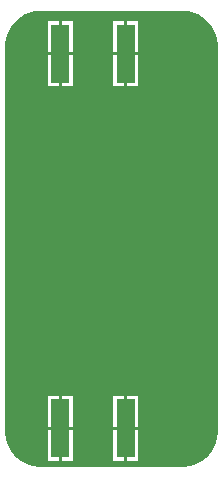
<source format=gbr>
%TF.GenerationSoftware,Altium Limited,Altium Designer,20.0.10 (225)*%
G04 Layer_Physical_Order=2*
G04 Layer_Color=16711680*
%FSLAX26Y26*%
%MOIN*%
%TF.FileFunction,Copper,L2,Bot,Signal*%
%TF.Part,Single*%
G01*
G75*
%TA.AperFunction,SMDPad,CuDef*%
%ADD12R,0.062992X0.196850*%
%TA.AperFunction,ViaPad*%
%ADD16C,0.050000*%
G36*
X4314430Y4863727D02*
X4329385Y4859720D01*
X4343689Y4853795D01*
X4357098Y4846053D01*
X4369381Y4836628D01*
X4380329Y4825680D01*
X4389754Y4813397D01*
X4397496Y4799989D01*
X4403421Y4785685D01*
X4407428Y4770729D01*
X4409449Y4755379D01*
Y4747638D01*
Y3464567D01*
Y3456825D01*
X4407428Y3441475D01*
X4403421Y3426520D01*
X4397496Y3412216D01*
X4389754Y3398807D01*
X4380329Y3386524D01*
X4369381Y3375576D01*
X4357098Y3366151D01*
X4343689Y3358410D01*
X4329385Y3352485D01*
X4314430Y3348477D01*
X4299080Y3346457D01*
X3811156D01*
X3795806Y3348477D01*
X3780851Y3352485D01*
X3766547Y3358410D01*
X3753138Y3366151D01*
X3740855Y3375576D01*
X3729907Y3386524D01*
X3720482Y3398807D01*
X3712740Y3412216D01*
X3706816Y3426520D01*
X3702808Y3441475D01*
X3700787Y3456825D01*
Y3464567D01*
Y4747638D01*
Y4755379D01*
X3702808Y4770729D01*
X3706816Y4785685D01*
X3712740Y4799989D01*
X3720482Y4813397D01*
X3729907Y4825680D01*
X3740855Y4836628D01*
X3753138Y4846053D01*
X3766547Y4853795D01*
X3780851Y4859720D01*
X3795806Y4863727D01*
X3811156Y4865748D01*
X4299080D01*
X4314430Y4863727D01*
D02*
G37*
%LPC*%
G36*
X4142894Y4830472D02*
X4106398D01*
Y4727047D01*
X4142894D01*
Y4830472D01*
D02*
G37*
G36*
X4096398D02*
X4059901D01*
Y4727047D01*
X4096398D01*
Y4830472D01*
D02*
G37*
G36*
X3924783D02*
X3888287D01*
Y4727047D01*
X3924783D01*
Y4830472D01*
D02*
G37*
G36*
X3878287D02*
X3841791D01*
Y4727047D01*
X3878287D01*
Y4830472D01*
D02*
G37*
G36*
X4142894Y4717047D02*
X4106398D01*
Y4613622D01*
X4142894D01*
Y4717047D01*
D02*
G37*
G36*
X4096398D02*
X4059901D01*
Y4613622D01*
X4096398D01*
Y4717047D01*
D02*
G37*
G36*
X3924783D02*
X3888287D01*
Y4613622D01*
X3924783D01*
Y4717047D01*
D02*
G37*
G36*
X3878287D02*
X3841791D01*
Y4613622D01*
X3878287D01*
Y4717047D01*
D02*
G37*
G36*
X4142894Y3583228D02*
X4106398D01*
Y3479803D01*
X4142894D01*
Y3583228D01*
D02*
G37*
G36*
X3924783D02*
X3888287D01*
Y3479803D01*
X3924783D01*
Y3583228D01*
D02*
G37*
G36*
X3878287D02*
X3841791D01*
Y3479803D01*
X3878287D01*
Y3583228D01*
D02*
G37*
G36*
X4096398D02*
X4059901D01*
Y3479803D01*
X4096398D01*
Y3583228D01*
D02*
G37*
G36*
X4142894Y3469803D02*
X4106398D01*
Y3366378D01*
X4142894D01*
Y3469803D01*
D02*
G37*
G36*
X4096398D02*
X4059901D01*
Y3366378D01*
X4096398D01*
Y3469803D01*
D02*
G37*
G36*
X3924783D02*
X3888287D01*
Y3366378D01*
X3924783D01*
Y3469803D01*
D02*
G37*
G36*
X3878287D02*
X3841791D01*
Y3366378D01*
X3878287D01*
Y3469803D01*
D02*
G37*
%LPD*%
D12*
X4101398Y4722047D02*
D03*
X3883287D02*
D03*
Y3474803D02*
D03*
X4101398D02*
D03*
D16*
X4185000Y4660000D02*
D03*
X3810000Y4730000D02*
D03*
X3885000Y4570000D02*
D03*
X3855000Y3625000D02*
D03*
X4105906Y3610084D02*
D03*
X4215000Y4375000D02*
D03*
X4190000Y4605000D02*
D03*
X4199453Y3586359D02*
D03*
X4233196Y3787249D02*
D03*
X3910153Y4204356D02*
D03*
X3906548Y4124910D02*
D03*
Y4045383D02*
D03*
X3906626Y3965855D02*
D03*
X3920619Y3887568D02*
D03*
X4100000Y3960000D02*
D03*
X4095000Y4040000D02*
D03*
X4082991Y4120496D02*
D03*
X4077327Y4199822D02*
D03*
X4081588Y4279235D02*
D03*
X3906548Y3827910D02*
D03*
X3907157Y3748385D02*
D03*
X3903968Y3668921D02*
D03*
X4083906Y3790509D02*
D03*
X4078797Y3869872D02*
D03*
X3903968Y4499222D02*
D03*
X3907157Y4419759D02*
D03*
X3906548Y4340234D02*
D03*
X4083452Y4340348D02*
D03*
X4325000Y3400000D02*
D03*
X4145000Y4380000D02*
D03*
%TF.MD5,59ba97172c4eeb67ad48ece2540c6a23*%
M02*

</source>
